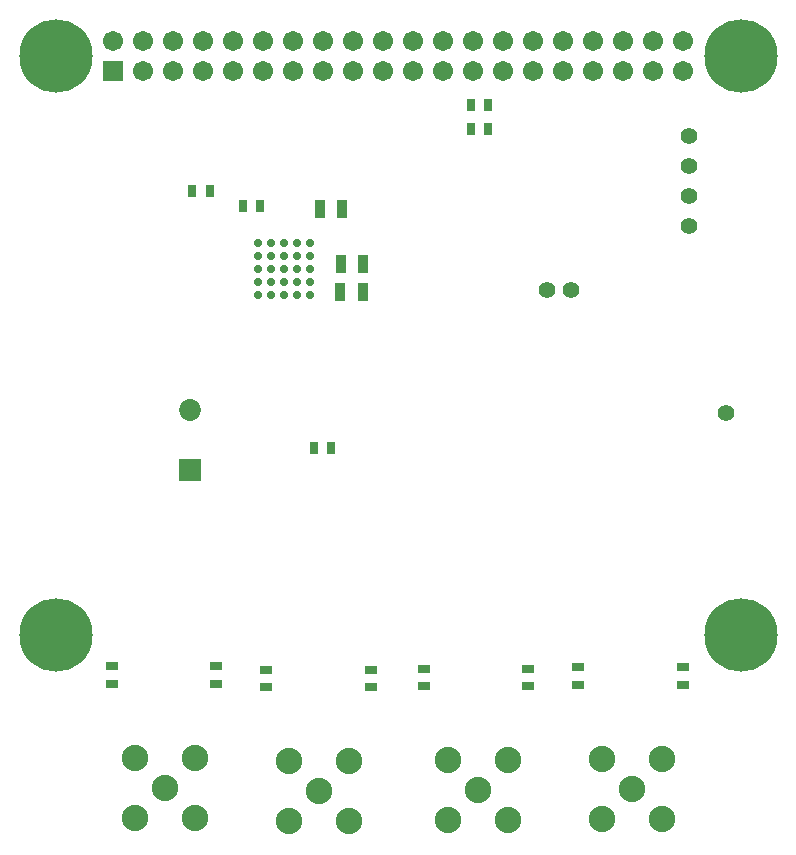
<source format=gbs>
G04*
G04 #@! TF.GenerationSoftware,Altium Limited,Altium Designer,19.1.7 (138)*
G04*
G04 Layer_Color=16711935*
%FSLAX25Y25*%
%MOIN*%
G70*
G01*
G75*
%ADD41R,0.02769X0.04343*%
%ADD42R,0.04343X0.02769*%
%ADD50R,0.03556X0.05918*%
%ADD60C,0.05524*%
%ADD61C,0.08800*%
%ADD62R,0.06706X0.06706*%
%ADD63C,0.06706*%
%ADD64C,0.07296*%
%ADD65R,0.07296X0.07296*%
%ADD66C,0.24422*%
%ADD67C,0.02769*%
D41*
X104527Y305906D02*
D03*
X98622D02*
D03*
X191535Y334646D02*
D03*
X197441D02*
D03*
X191535Y326378D02*
D03*
X197441D02*
D03*
X145079Y220079D02*
D03*
X139173D02*
D03*
X121457Y300787D02*
D03*
X115551D02*
D03*
D42*
X123446Y146277D02*
D03*
Y140371D02*
D03*
X262205Y147047D02*
D03*
Y141142D02*
D03*
X227383Y147064D02*
D03*
Y141158D02*
D03*
X210630Y146653D02*
D03*
Y140748D02*
D03*
X175808Y146670D02*
D03*
Y140765D02*
D03*
X158268Y146260D02*
D03*
Y140354D02*
D03*
X71871Y147458D02*
D03*
Y141552D02*
D03*
X106693Y147441D02*
D03*
Y141535D02*
D03*
D50*
X155575Y272252D02*
D03*
X148094D02*
D03*
X155709Y281496D02*
D03*
X148228D02*
D03*
X141204Y299811D02*
D03*
X148685D02*
D03*
D60*
X276772Y231890D02*
D03*
X224803Y272835D02*
D03*
X216929D02*
D03*
X264173Y294173D02*
D03*
Y304173D02*
D03*
Y324173D02*
D03*
Y314173D02*
D03*
D61*
X245276Y106486D02*
D03*
X255276Y116486D02*
D03*
Y96486D02*
D03*
X235276Y116486D02*
D03*
Y96486D02*
D03*
X194095Y106093D02*
D03*
X204095Y116093D02*
D03*
Y96092D02*
D03*
X184095Y116093D02*
D03*
Y96092D02*
D03*
X140945Y105699D02*
D03*
X150945Y115699D02*
D03*
Y95699D02*
D03*
X130945Y115699D02*
D03*
Y95699D02*
D03*
X89764Y106880D02*
D03*
X99764Y116880D02*
D03*
Y96880D02*
D03*
X79764Y116880D02*
D03*
Y96880D02*
D03*
D62*
X72331Y345709D02*
D03*
D63*
Y355709D02*
D03*
X82331Y345709D02*
D03*
Y355709D02*
D03*
X92331Y345709D02*
D03*
Y355709D02*
D03*
X102331Y345709D02*
D03*
Y355709D02*
D03*
X112331Y345709D02*
D03*
Y355709D02*
D03*
X122331Y345709D02*
D03*
Y355709D02*
D03*
X132331Y345709D02*
D03*
Y355709D02*
D03*
X142331Y345709D02*
D03*
Y355709D02*
D03*
X152331Y345709D02*
D03*
Y355709D02*
D03*
X162331Y345709D02*
D03*
Y355709D02*
D03*
X172331Y345709D02*
D03*
Y355709D02*
D03*
X182331Y345709D02*
D03*
Y355709D02*
D03*
X192331Y345709D02*
D03*
Y355709D02*
D03*
X202331Y345709D02*
D03*
Y355709D02*
D03*
X212331Y345709D02*
D03*
Y355709D02*
D03*
X222331Y345709D02*
D03*
Y355709D02*
D03*
X262331D02*
D03*
Y345709D02*
D03*
X252331Y355709D02*
D03*
Y345709D02*
D03*
X242331Y355709D02*
D03*
Y345709D02*
D03*
X232331Y355709D02*
D03*
Y345709D02*
D03*
D64*
X98032Y232992D02*
D03*
D65*
Y212992D02*
D03*
D66*
X53158Y350709D02*
D03*
Y157795D02*
D03*
X281504Y350709D02*
D03*
Y157795D02*
D03*
D67*
X120732Y271071D02*
D03*
Y275402D02*
D03*
Y279732D02*
D03*
Y284063D02*
D03*
Y288394D02*
D03*
X125063Y271071D02*
D03*
Y275402D02*
D03*
Y279732D02*
D03*
Y284063D02*
D03*
Y288394D02*
D03*
X129393Y271071D02*
D03*
Y275402D02*
D03*
Y279732D02*
D03*
Y284063D02*
D03*
Y288394D02*
D03*
X133724Y271071D02*
D03*
Y275402D02*
D03*
Y279732D02*
D03*
Y284063D02*
D03*
Y288394D02*
D03*
X138055Y271071D02*
D03*
Y275402D02*
D03*
Y279732D02*
D03*
Y284063D02*
D03*
Y288394D02*
D03*
M02*

</source>
